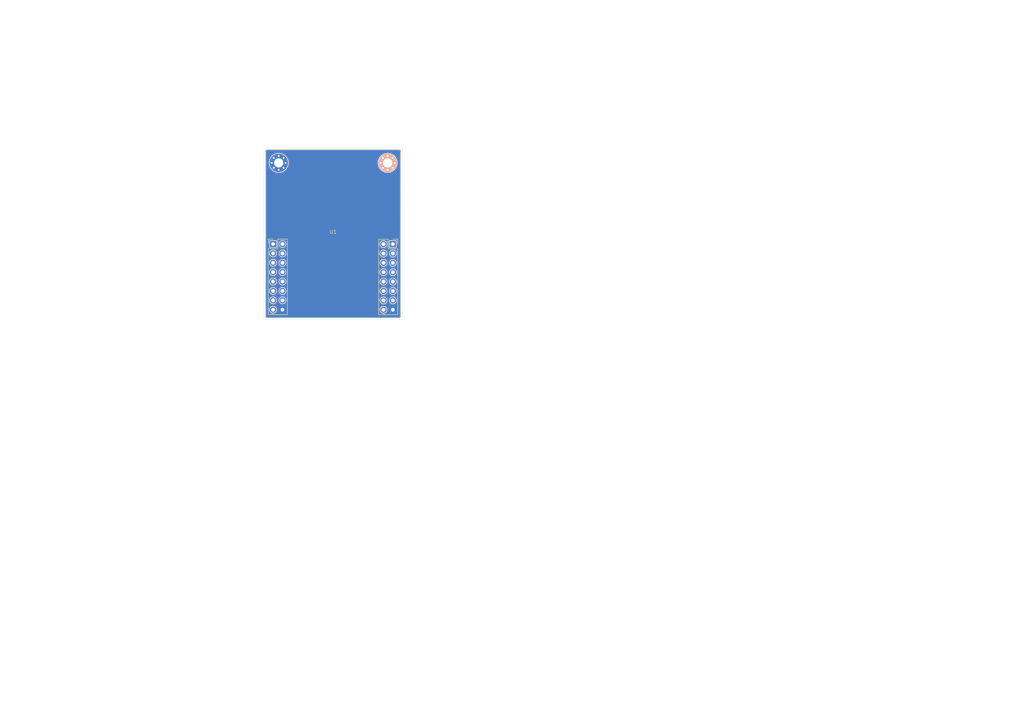
<source format=kicad_pcb>
(kicad_pcb (version 20241229) (generator "pcbnew") (generator_version "9.0")
  (layers (0 "F.Cu" signal) (2 "B.Cu" signal) (13 "F.Paste" user) (15 "B.Paste" user) (5 "F.SilkS" user "F.Silkscreen") (7 "B.SilkS" user "B.Silkscreen") (1 "F.Mask" user) (3 "B.Mask" user) (25 "Edge.Cuts" user))
  (net 0 "")
  (net 16 "GNDREF")
  (footprint "Library:OpenMV_RT" (layer "F.Cu") (at 100.095 59.284)
    (property "Reference" "U1" (at 0 13.47 0) (layer "F.SilkS") (effects (font (thickness 0.1))))
    (property "Value" "~")
    (fp_line (start -17.555 15.426) (end -16.225 15.426) (stroke (width 0.12)) (layer "F.SilkS"))
    (fp_line (start -17.555 16.756) (end -17.555 15.426) (stroke (width 0.12)) (layer "F.SilkS"))
    (fp_line (start -17.555 18.026) (end -17.555 35.866) (stroke (width 0.12)) (layer "F.SilkS"))
    (fp_line (start -17.555 18.026) (end -14.955 18.026) (stroke (width 0.12)) (layer "F.SilkS"))
    (fp_line (start -17.555 35.866) (end -12.355 35.866) (stroke (width 0.12)) (layer "F.SilkS"))
    (fp_line (start -14.955 15.426) (end -12.355 15.426) (stroke (width 0.12)) (layer "F.SilkS"))
    (fp_line (start -14.955 18.026) (end -14.955 15.426) (stroke (width 0.12)) (layer "F.SilkS"))
    (fp_line (start -12.355 15.426) (end -12.355 35.866) (stroke (width 0.12)) (layer "F.SilkS"))
    (fp_line (start 12.305 15.446) (end 12.305 35.886) (stroke (width 0.12)) (layer "F.SilkS"))
    (fp_line (start 14.905 15.446) (end 12.305 15.446) (stroke (width 0.12)) (layer "F.SilkS"))
    (fp_line (start 14.905 18.046) (end 14.905 15.446) (stroke (width 0.12)) (layer "F.SilkS"))
    (fp_line (start 17.505 15.446) (end 16.175 15.446) (stroke (width 0.12)) (layer "F.SilkS"))
    (fp_line (start 17.505 16.776) (end 17.505 15.446) (stroke (width 0.12)) (layer "F.SilkS"))
    (fp_line (start 17.505 18.046) (end 14.905 18.046) (stroke (width 0.12)) (layer "F.SilkS"))
    (fp_line (start 17.505 18.046) (end 17.505 35.886) (stroke (width 0.12)) (layer "F.SilkS"))
    (fp_line (start 17.505 35.886) (end 12.305 35.886) (stroke (width 0.12)) (layer "F.SilkS"))
    (fp_rect (start 18.25 -8.78) (end -18.25 36.72) (stroke (width 0.1)) (fill no) (layer "F.SilkS"))
    (pad "0" thru_hole rect (at -16.225 16.756) (size 1.7 1.7) (drill 1) (layers "*.Cu" "*.Mask"))
    (pad "1" thru_hole oval (at -13.685 16.756) (size 1.7 1.7) (drill 1) (layers "*.Cu" "*.Mask"))
    (pad "2" thru_hole oval (at -16.225 19.296) (size 1.7 1.7) (drill 1) (layers "*.Cu" "*.Mask"))
    (pad "3" thru_hole oval (at -13.685 19.296) (size 1.7 1.7) (drill 1) (layers "*.Cu" "*.Mask"))
    (pad "4" thru_hole oval (at -16.225 21.836) (size 1.7 1.7) (drill 1) (layers "*.Cu" "*.Mask"))
    (pad "5" thru_hole oval (at -13.685 21.836) (size 1.7 1.7) (drill 1) (layers "*.Cu" "*.Mask"))
    (pad "6" thru_hole oval (at -16.225 24.376) (size 1.7 1.7) (drill 1) (layers "*.Cu" "*.Mask"))
    (pad "7" thru_hole oval (at -13.685 24.376) (size 1.7 1.7) (drill 1) (layers "*.Cu" "*.Mask"))
    (pad "8" thru_hole oval (at -16.225 26.916) (size 1.7 1.7) (drill 1) (layers "*.Cu" "*.Mask"))
    (pad "9" thru_hole oval (at -13.685 26.916) (size 1.7 1.7) (drill 1) (layers "*.Cu" "*.Mask"))
    (pad "10" thru_hole oval (at -16.225 29.456) (size 1.7 1.7) (drill 1) (layers "*.Cu" "*.Mask"))
    (pad "11" thru_hole oval (at -13.685 29.456) (size 1.7 1.7) (drill 1) (layers "*.Cu" "*.Mask"))
    (pad "12" thru_hole oval (at -16.225 31.996) (size 1.7 1.7) (drill 1) (layers "*.Cu" "*.Mask"))
    (pad "13" thru_hole oval (at -13.685 31.996) (size 1.7 1.7) (drill 1) (layers "*.Cu" "*.Mask"))
    (pad "14" thru_hole oval (at -16.225 34.536) (size 1.7 1.7) (drill 1) (layers "*.Cu" "*.Mask"))
    (pad "15" thru_hole oval (at -13.685 34.536) (size 1.7 1.7) (drill 1) (layers "*.Cu" "*.Mask") (net 16 "GNDREF"))
    (pad "16" thru_hole oval (at 13.635 16.776) (size 1.7 1.7) (drill 1) (layers "*.Cu" "*.Mask"))
    (pad "17" thru_hole rect (at 16.175 16.776) (size 1.7 1.7) (drill 1) (layers "*.Cu" "*.Mask"))
    (pad "18" thru_hole oval (at 13.635 19.316) (size 1.7 1.7) (drill 1) (layers "*.Cu" "*.Mask"))
    (pad "19" thru_hole oval (at 16.175 19.316) (size 1.7 1.7) (drill 1) (layers "*.Cu" "*.Mask"))
    (pad "20" thru_hole oval (at 13.635 21.856) (size 1.7 1.7) (drill 1) (layers "*.Cu" "*.Mask"))
    (pad "21" thru_hole oval (at 16.175 21.856) (size 1.7 1.7) (drill 1) (layers "*.Cu" "*.Mask"))
    (pad "22" thru_hole oval (at 13.635 24.396) (size 1.7 1.7) (drill 1) (layers "*.Cu" "*.Mask"))
    (pad "23" thru_hole oval (at 16.175 24.396) (size 1.7 1.7) (drill 1) (layers "*.Cu" "*.Mask"))
    (pad "24" thru_hole oval (at 13.635 26.936) (size 1.7 1.7) (drill 1) (layers "*.Cu" "*.Mask"))
    (pad "25" thru_hole oval (at 16.175 26.936) (size 1.7 1.7) (drill 1) (layers "*.Cu" "*.Mask"))
    (pad "26" thru_hole oval (at 13.635 29.476) (size 1.7 1.7) (drill 1) (layers "*.Cu" "*.Mask"))
    (pad "27" thru_hole oval (at 16.175 29.476) (size 1.7 1.7) (drill 1) (layers "*.Cu" "*.Mask"))
    (pad "28" thru_hole oval (at 13.635 32.016) (size 1.7 1.7) (drill 1) (layers "*.Cu" "*.Mask"))
    (pad "29" thru_hole oval (at 16.175 32.016) (size 1.7 1.7) (drill 1) (layers "*.Cu" "*.Mask"))
    (pad "30" thru_hole oval (at 13.635 34.556) (size 1.7 1.7) (drill 1) (layers "*.Cu" "*.Mask"))
    (pad "31" thru_hole oval (at 16.175 34.556) (size 1.7 1.7) (drill 1) (layers "*.Cu" "*.Mask") (net 16 "GNDREF"))
    (pad "X" thru_hole circle (at -16.582 -5.207) (size 0.8 0.8) (drill 0.5) (layers "*.Cu" "*.Mask"))
    (pad "X" thru_hole circle (at -16.032825 -6.532825) (size 0.8 0.8) (drill 0.5) (layers "*.Cu" "*.Mask"))
    (pad "X" thru_hole circle (at -16.032825 -3.881175) (size 0.8 0.8) (drill 0.5) (layers "*.Cu" "*.Mask"))
    (pad "X" thru_hole circle (at -14.707 -7.082) (size 0.8 0.8) (drill 0.5) (layers "*.Cu" "*.Mask"))
    (pad "X" thru_hole circle (at -14.707 -5.207) (size 5 5) (drill 2.5) (layers "*.Cu" "*.Mask"))
    (pad "X" thru_hole circle (at -14.707 -3.332) (size 0.8 0.8) (drill 0.5) (layers "*.Cu" "*.Mask"))
    (pad "X" thru_hole circle (at -13.381175 -6.532825) (size 0.8 0.8) (drill 0.5) (layers "*.Cu" "*.Mask"))
    (pad "X" thru_hole circle (at -13.381175 -3.881175) (size 0.8 0.8) (drill 0.5) (layers "*.Cu" "*.Mask"))
    (pad "X" thru_hole circle (at -12.832 -5.207) (size 0.8 0.8) (drill 0.5) (layers "*.Cu" "*.Mask"))
    (pad "X" thru_hole circle (at 12.882 -5.207) (size 0.8 0.8) (drill 0.5) (layers "*.Cu" "*.Mask"))
    (pad "X" thru_hole circle (at 13.431175 -6.532825) (size 0.8 0.8) (drill 0.5) (layers "*.Cu" "*.Mask"))
    (pad "X" thru_hole circle (at 13.431175 -3.881175) (size 0.8 0.8) (drill 0.5) (layers "*.Cu" "*.Mask"))
    (pad "X" thru_hole circle (at 14.757 -7.082) (size 0.8 0.8) (drill 0.5) (layers "*.Cu" "*.Mask"))
    (pad "X" thru_hole circle (at 14.757 -5.207) (size 5 5) (drill 2.5) (layers "*.Cu" "*.Mask" "B.SilkS"))
    (pad "X" thru_hole circle (at 14.757 -3.332) (size 0.8 0.8) (drill 0.5) (layers "*.Cu" "*.Mask" "Eco1.User"))
    (pad "X" thru_hole circle (at 16.082825 -6.532825) (size 0.8 0.8) (drill 0.5) (layers "*.Cu" "*.Mask"))
    (pad "X" thru_hole circle (at 16.082825 -3.881175) (size 0.8 0.8) (drill 0.5) (layers "*.Cu" "*.Mask" "Dwgs.User"))
    (pad "X" thru_hole circle (at 16.632 -5.207) (size 0.8 0.8) (drill 0.5) (layers "*.Cu" "*.Mask"))
  )
  (gr_arc (start 118.33 50.01) (mid 118.683553 50.156447) (end 118.83 50.51) (stroke (width 0.05)) (layer "Edge.Cuts"))
  (gr_line (start 81.35 50.51) (end 81.35 96) (stroke (width 0.05)) (layer "Edge.Cuts"))
  (gr_arc (start 118.84 96) (mid 118.693553 96.353553) (end 118.34 96.5) (stroke (width 0.05)) (layer "Edge.Cuts"))
  (gr_line (start 81.85 96.5) (end 118.34 96.5) (stroke (width 0.05)) (layer "Edge.Cuts"))
  (gr_line (start 118.33 50.01) (end 81.85 50.01) (stroke (width 0.05)) (layer "Edge.Cuts"))
  (gr_arc (start 81.85 96.5) (mid 81.496447 96.353553) (end 81.35 96) (stroke (width 0.05)) (layer "Edge.Cuts"))
  (gr_arc (start 81.35 50.51) (mid 81.496447 50.156447) (end 81.85 50.01) (stroke (width 0.05)) (layer "Edge.Cuts"))
  (gr_line (start 118.84 96) (end 118.83 50.51) (stroke (width 0.05)) (layer "Edge.Cuts"))
  (zone (net 16) (net_name "GNDREF") (layers "F.Cu" "B.Cu") (connect_pads yes (clearance 0.2)) (min_thickness 0.2) (fill yes (thermal_gap 0.5) (thermal_bridge_width 0.5))
    (polygon (pts (xy 10 10) (xy 287 9.99) (xy 287.01 200) (xy 10.01 199.99)))
  )
)
</source>
